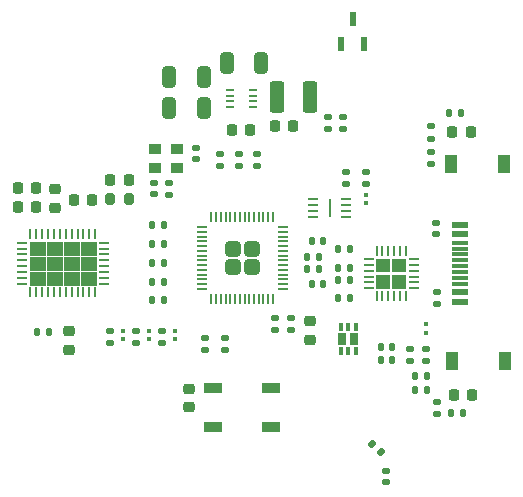
<source format=gbr>
%TF.GenerationSoftware,KiCad,Pcbnew,7.0.9*%
%TF.CreationDate,2024-02-12T03:50:36+01:00*%
%TF.ProjectId,MTR_Tiny_MD,4d54525f-5469-46e7-995f-4d442e6b6963,rev?*%
%TF.SameCoordinates,Original*%
%TF.FileFunction,Paste,Top*%
%TF.FilePolarity,Positive*%
%FSLAX46Y46*%
G04 Gerber Fmt 4.6, Leading zero omitted, Abs format (unit mm)*
G04 Created by KiCad (PCBNEW 7.0.9) date 2024-02-12 03:50:36*
%MOMM*%
%LPD*%
G01*
G04 APERTURE LIST*
G04 Aperture macros list*
%AMRoundRect*
0 Rectangle with rounded corners*
0 $1 Rounding radius*
0 $2 $3 $4 $5 $6 $7 $8 $9 X,Y pos of 4 corners*
0 Add a 4 corners polygon primitive as box body*
4,1,4,$2,$3,$4,$5,$6,$7,$8,$9,$2,$3,0*
0 Add four circle primitives for the rounded corners*
1,1,$1+$1,$2,$3*
1,1,$1+$1,$4,$5*
1,1,$1+$1,$6,$7*
1,1,$1+$1,$8,$9*
0 Add four rect primitives between the rounded corners*
20,1,$1+$1,$2,$3,$4,$5,0*
20,1,$1+$1,$4,$5,$6,$7,0*
20,1,$1+$1,$6,$7,$8,$9,0*
20,1,$1+$1,$8,$9,$2,$3,0*%
G04 Aperture macros list end*
%ADD10C,0.100000*%
%ADD11RoundRect,0.135000X-0.185000X0.135000X-0.185000X-0.135000X0.185000X-0.135000X0.185000X0.135000X0*%
%ADD12RoundRect,0.250000X0.325000X0.650000X-0.325000X0.650000X-0.325000X-0.650000X0.325000X-0.650000X0*%
%ADD13RoundRect,0.079500X-0.100500X0.079500X-0.100500X-0.079500X0.100500X-0.079500X0.100500X0.079500X0*%
%ADD14RoundRect,0.140000X0.170000X-0.140000X0.170000X0.140000X-0.170000X0.140000X-0.170000X-0.140000X0*%
%ADD15RoundRect,0.140000X-0.140000X-0.170000X0.140000X-0.170000X0.140000X0.170000X-0.140000X0.170000X0*%
%ADD16RoundRect,0.225000X0.250000X-0.225000X0.250000X0.225000X-0.250000X0.225000X-0.250000X-0.225000X0*%
%ADD17RoundRect,0.225000X0.225000X0.250000X-0.225000X0.250000X-0.225000X-0.250000X0.225000X-0.250000X0*%
%ADD18RoundRect,0.225000X-0.225000X-0.250000X0.225000X-0.250000X0.225000X0.250000X-0.225000X0.250000X0*%
%ADD19RoundRect,0.250000X-0.375000X-1.075000X0.375000X-1.075000X0.375000X1.075000X-0.375000X1.075000X0*%
%ADD20RoundRect,0.135000X0.135000X0.185000X-0.135000X0.185000X-0.135000X-0.185000X0.135000X-0.185000X0*%
%ADD21RoundRect,0.135000X-0.135000X-0.185000X0.135000X-0.185000X0.135000X0.185000X-0.135000X0.185000X0*%
%ADD22RoundRect,0.250000X-0.325000X-0.650000X0.325000X-0.650000X0.325000X0.650000X-0.325000X0.650000X0*%
%ADD23RoundRect,0.140000X0.140000X0.170000X-0.140000X0.170000X-0.140000X-0.170000X0.140000X-0.170000X0*%
%ADD24RoundRect,0.218750X0.218750X0.256250X-0.218750X0.256250X-0.218750X-0.256250X0.218750X-0.256250X0*%
%ADD25RoundRect,0.140000X-0.170000X0.140000X-0.170000X-0.140000X0.170000X-0.140000X0.170000X0.140000X0*%
%ADD26RoundRect,0.135000X-0.226274X-0.035355X-0.035355X-0.226274X0.226274X0.035355X0.035355X0.226274X0*%
%ADD27RoundRect,0.200000X-0.200000X-0.275000X0.200000X-0.275000X0.200000X0.275000X-0.200000X0.275000X0*%
%ADD28R,1.450000X0.600000*%
%ADD29R,1.450000X0.300000*%
%ADD30R,1.500000X0.900000*%
%ADD31RoundRect,0.225000X-0.250000X0.225000X-0.250000X-0.225000X0.250000X-0.225000X0.250000X0.225000X0*%
%ADD32R,1.000000X0.900000*%
%ADD33R,0.600000X1.300000*%
%ADD34RoundRect,0.249999X-0.395001X0.395001X-0.395001X-0.395001X0.395001X-0.395001X0.395001X0.395001X0*%
%ADD35RoundRect,0.050000X-0.050000X0.387500X-0.050000X-0.387500X0.050000X-0.387500X0.050000X0.387500X0*%
%ADD36RoundRect,0.050000X-0.387500X0.050000X-0.387500X-0.050000X0.387500X-0.050000X0.387500X0.050000X0*%
%ADD37R,0.331000X0.680999*%
%ADD38R,0.711200X1.041400*%
%ADD39RoundRect,0.135000X0.185000X-0.135000X0.185000X0.135000X-0.185000X0.135000X-0.185000X-0.135000X0*%
%ADD40RoundRect,0.131250X0.393750X-0.668750X0.393750X0.668750X-0.393750X0.668750X-0.393750X-0.668750X0*%
%ADD41R,0.254800X0.807999*%
%ADD42R,0.807999X0.254800*%
%ADD43R,0.757199X0.254800*%
%ADD44R,0.203200X1.600200*%
G04 APERTURE END LIST*
%TO.C,U5*%
D10*
X92555600Y-99315000D02*
X91307800Y-99315000D01*
X91307800Y-98245000D01*
X92555600Y-98245000D01*
X92555600Y-99315000D01*
G36*
X92555600Y-99315000D02*
G01*
X91307800Y-99315000D01*
X91307800Y-98245000D01*
X92555600Y-98245000D01*
X92555600Y-99315000D01*
G37*
X91107800Y-99315000D02*
X89860000Y-99315000D01*
X89860000Y-98245000D01*
X91107800Y-98245000D01*
X91107800Y-99315000D01*
G36*
X91107800Y-99315000D02*
G01*
X89860000Y-99315000D01*
X89860000Y-98245000D01*
X91107800Y-98245000D01*
X91107800Y-99315000D01*
G37*
X89660000Y-99315000D02*
X88412200Y-99315000D01*
X88412200Y-98245000D01*
X89660000Y-98245000D01*
X89660000Y-99315000D01*
G36*
X89660000Y-99315000D02*
G01*
X88412200Y-99315000D01*
X88412200Y-98245000D01*
X89660000Y-98245000D01*
X89660000Y-99315000D01*
G37*
X88212200Y-99315000D02*
X86964400Y-99315000D01*
X86964400Y-98245000D01*
X88212200Y-98245000D01*
X88212200Y-99315000D01*
G36*
X88212200Y-99315000D02*
G01*
X86964400Y-99315000D01*
X86964400Y-98245000D01*
X88212200Y-98245000D01*
X88212200Y-99315000D01*
G37*
X92555600Y-100585000D02*
X91307800Y-100585000D01*
X91307800Y-99515000D01*
X92555600Y-99515000D01*
X92555600Y-100585000D01*
G36*
X92555600Y-100585000D02*
G01*
X91307800Y-100585000D01*
X91307800Y-99515000D01*
X92555600Y-99515000D01*
X92555600Y-100585000D01*
G37*
X91107800Y-100585000D02*
X89860000Y-100585000D01*
X89860000Y-99515000D01*
X91107800Y-99515000D01*
X91107800Y-100585000D01*
G36*
X91107800Y-100585000D02*
G01*
X89860000Y-100585000D01*
X89860000Y-99515000D01*
X91107800Y-99515000D01*
X91107800Y-100585000D01*
G37*
X89660000Y-100585000D02*
X88412200Y-100585000D01*
X88412200Y-99515000D01*
X89660000Y-99515000D01*
X89660000Y-100585000D01*
G36*
X89660000Y-100585000D02*
G01*
X88412200Y-100585000D01*
X88412200Y-99515000D01*
X89660000Y-99515000D01*
X89660000Y-100585000D01*
G37*
X88212200Y-100585000D02*
X86964400Y-100585000D01*
X86964400Y-99515000D01*
X88212200Y-99515000D01*
X88212200Y-100585000D01*
G36*
X88212200Y-100585000D02*
G01*
X86964400Y-100585000D01*
X86964400Y-99515000D01*
X88212200Y-99515000D01*
X88212200Y-100585000D01*
G37*
X92555600Y-101855000D02*
X91307800Y-101855000D01*
X91307800Y-100785000D01*
X92555600Y-100785000D01*
X92555600Y-101855000D01*
G36*
X92555600Y-101855000D02*
G01*
X91307800Y-101855000D01*
X91307800Y-100785000D01*
X92555600Y-100785000D01*
X92555600Y-101855000D01*
G37*
X91107800Y-101855000D02*
X89860000Y-101855000D01*
X89860000Y-100785000D01*
X91107800Y-100785000D01*
X91107800Y-101855000D01*
G36*
X91107800Y-101855000D02*
G01*
X89860000Y-101855000D01*
X89860000Y-100785000D01*
X91107800Y-100785000D01*
X91107800Y-101855000D01*
G37*
X89660000Y-101855000D02*
X88412200Y-101855000D01*
X88412200Y-100785000D01*
X89660000Y-100785000D01*
X89660000Y-101855000D01*
G36*
X89660000Y-101855000D02*
G01*
X88412200Y-101855000D01*
X88412200Y-100785000D01*
X89660000Y-100785000D01*
X89660000Y-101855000D01*
G37*
X88212200Y-101855000D02*
X86964400Y-101855000D01*
X86964400Y-100785000D01*
X88212200Y-100785000D01*
X88212200Y-101855000D01*
G36*
X88212200Y-101855000D02*
G01*
X86964400Y-101855000D01*
X86964400Y-100785000D01*
X88212200Y-100785000D01*
X88212200Y-101855000D01*
G37*
%TO.C,U8*%
G36*
X117475000Y-102196600D02*
G01*
X116303400Y-102196600D01*
X116303400Y-101025000D01*
X117475000Y-101025000D01*
X117475000Y-102196600D01*
G37*
G36*
X118846600Y-102196600D02*
G01*
X117675000Y-102196600D01*
X117675000Y-101025000D01*
X118846600Y-101025000D01*
X118846600Y-102196600D01*
G37*
G36*
X117475000Y-100825000D02*
G01*
X116303400Y-100825000D01*
X116303400Y-99653400D01*
X117475000Y-99653400D01*
X117475000Y-100825000D01*
G37*
G36*
X118846600Y-100825000D02*
G01*
X117675000Y-100825000D01*
X117675000Y-99653400D01*
X118846600Y-99653400D01*
X118846600Y-100825000D01*
G37*
%TD*%
D11*
%TO.C,R9*%
X121425000Y-111765000D03*
X121425000Y-112785000D03*
%TD*%
%TO.C,R3*%
X98775000Y-93215000D03*
X98775000Y-94235000D03*
%TD*%
D12*
%TO.C,C39*%
X101675000Y-84300000D03*
X98725000Y-84300000D03*
%TD*%
D13*
%TO.C,C33*%
X99250000Y-105745000D03*
X99250000Y-106435000D03*
%TD*%
D14*
%TO.C,C44*%
X117100000Y-118555000D03*
X117100000Y-117595000D03*
%TD*%
D15*
%TO.C,C6*%
X97340000Y-98403750D03*
X98300000Y-98403750D03*
%TD*%
D16*
%TO.C,C36*%
X90300000Y-107375000D03*
X90300000Y-105825000D03*
%TD*%
D17*
%TO.C,C28*%
X87500000Y-95325000D03*
X85950000Y-95325000D03*
%TD*%
D18*
%TO.C,C27*%
X90675000Y-94650000D03*
X92225000Y-94650000D03*
%TD*%
D19*
%TO.C,L2*%
X107900000Y-86000000D03*
X110700000Y-86000000D03*
%TD*%
D20*
%TO.C,R22*%
X120585000Y-110750000D03*
X119565000Y-110750000D03*
%TD*%
D18*
%TO.C,C41*%
X104075000Y-88775000D03*
X105625000Y-88775000D03*
%TD*%
D15*
%TO.C,C34*%
X97340000Y-101601250D03*
X98300000Y-101601250D03*
%TD*%
D21*
%TO.C,R23*%
X119565000Y-109575000D03*
X120585000Y-109575000D03*
%TD*%
D22*
%TO.C,C38*%
X103625000Y-83100000D03*
X106575000Y-83100000D03*
%TD*%
D20*
%TO.C,R12*%
X123635000Y-112750000D03*
X122615000Y-112750000D03*
%TD*%
D23*
%TO.C,C35*%
X98300000Y-103200000D03*
X97340000Y-103200000D03*
%TD*%
D12*
%TO.C,C40*%
X101675000Y-86900000D03*
X98725000Y-86900000D03*
%TD*%
D24*
%TO.C,D3*%
X124437500Y-111175000D03*
X122862500Y-111175000D03*
%TD*%
D25*
%TO.C,C32*%
X109065000Y-104700000D03*
X109065000Y-105660000D03*
%TD*%
D11*
%TO.C,R8*%
X98150000Y-105790000D03*
X98150000Y-106810000D03*
%TD*%
D14*
%TO.C,C2*%
X101000000Y-91230000D03*
X101000000Y-90270000D03*
%TD*%
D20*
%TO.C,R1*%
X111485000Y-99525000D03*
X110465000Y-99525000D03*
%TD*%
D26*
%TO.C,R19*%
X115939376Y-115325000D03*
X116660624Y-116046248D03*
%TD*%
D20*
%TO.C,R11*%
X123460000Y-87350000D03*
X122440000Y-87350000D03*
%TD*%
D27*
%TO.C,R13*%
X93750000Y-94625000D03*
X95400000Y-94625000D03*
%TD*%
D23*
%TO.C,C1*%
X111805000Y-98175000D03*
X110845000Y-98175000D03*
%TD*%
D13*
%TO.C,C29*%
X94850000Y-105745000D03*
X94850000Y-106435000D03*
%TD*%
D14*
%TO.C,C10*%
X103525000Y-107360000D03*
X103525000Y-106400000D03*
%TD*%
D13*
%TO.C,C31*%
X97050000Y-105745000D03*
X97050000Y-106435000D03*
%TD*%
D25*
%TO.C,C21*%
X121375000Y-96620000D03*
X121375000Y-97580000D03*
%TD*%
D28*
%TO.C,J1*%
X123365000Y-103300000D03*
X123365000Y-102500000D03*
D29*
X123365000Y-101300000D03*
X123365000Y-100300000D03*
X123365000Y-99800000D03*
X123365000Y-98800000D03*
D28*
X123365000Y-97600000D03*
X123365000Y-96800000D03*
X123365000Y-96800000D03*
X123365000Y-97600000D03*
D29*
X123365000Y-98300000D03*
X123365000Y-99300000D03*
X123365000Y-100800000D03*
X123365000Y-101800000D03*
D28*
X123365000Y-102500000D03*
X123365000Y-103300000D03*
%TD*%
D21*
%TO.C,R2*%
X110465000Y-100550000D03*
X111485000Y-100550000D03*
%TD*%
D23*
%TO.C,C15*%
X114055000Y-100425000D03*
X113095000Y-100425000D03*
%TD*%
D30*
%TO.C,D1*%
X102500000Y-110650000D03*
X102500000Y-113950000D03*
X107400000Y-113950000D03*
X107400000Y-110650000D03*
%TD*%
D25*
%TO.C,C8*%
X106190000Y-90820000D03*
X106190000Y-91780000D03*
%TD*%
D16*
%TO.C,C12*%
X110650000Y-106525000D03*
X110650000Y-104975000D03*
%TD*%
D23*
%TO.C,C17*%
X114055000Y-98800000D03*
X113095000Y-98800000D03*
%TD*%
D11*
%TO.C,R26*%
X120475000Y-107300000D03*
X120475000Y-108320000D03*
%TD*%
D31*
%TO.C,C37*%
X100450000Y-110675000D03*
X100450000Y-112225000D03*
%TD*%
D32*
%TO.C,Y1*%
X99450000Y-90400000D03*
X97600000Y-90400000D03*
X97600000Y-91950000D03*
X99450000Y-91950000D03*
%TD*%
D14*
%TO.C,C19*%
X121425000Y-103455000D03*
X121425000Y-102495000D03*
%TD*%
D17*
%TO.C,C25*%
X87500000Y-93675000D03*
X85950000Y-93675000D03*
%TD*%
D13*
%TO.C,3v3ToVddd1*%
X115400000Y-94230000D03*
X115400000Y-94920000D03*
%TD*%
D33*
%TO.C,Q1*%
X113350000Y-81500000D03*
X115250000Y-81500000D03*
X114300000Y-79400000D03*
%TD*%
D16*
%TO.C,C26*%
X89100000Y-95350000D03*
X89100000Y-93800000D03*
%TD*%
D14*
%TO.C,C7*%
X101812500Y-107360000D03*
X101812500Y-106400000D03*
%TD*%
D18*
%TO.C,C24*%
X93800000Y-92975000D03*
X95350000Y-92975000D03*
%TD*%
D23*
%TO.C,C23*%
X117630000Y-107175000D03*
X116670000Y-107175000D03*
%TD*%
D25*
%TO.C,C3*%
X97475000Y-93245000D03*
X97475000Y-94205000D03*
%TD*%
D23*
%TO.C,C22*%
X117630000Y-108250000D03*
X116670000Y-108250000D03*
%TD*%
D34*
%TO.C,U1*%
X105750000Y-98800000D03*
X104150000Y-98800000D03*
X105750000Y-100400000D03*
X104150000Y-100400000D03*
D35*
X107550000Y-96162500D03*
X107150000Y-96162500D03*
X106750000Y-96162500D03*
X106350000Y-96162500D03*
X105950000Y-96162500D03*
X105550000Y-96162500D03*
X105150000Y-96162500D03*
X104750000Y-96162500D03*
X104350000Y-96162500D03*
X103950000Y-96162500D03*
X103550000Y-96162500D03*
X103150000Y-96162500D03*
X102750000Y-96162500D03*
X102350000Y-96162500D03*
D36*
X101512500Y-97000000D03*
X101512500Y-97400000D03*
X101512500Y-97800000D03*
X101512500Y-98200000D03*
X101512500Y-98600000D03*
X101512500Y-99000000D03*
X101512500Y-99400000D03*
X101512500Y-99800000D03*
X101512500Y-100200000D03*
X101512500Y-100600000D03*
X101512500Y-101000000D03*
X101512500Y-101400000D03*
X101512500Y-101800000D03*
X101512500Y-102200000D03*
D35*
X102350000Y-103037500D03*
X102750000Y-103037500D03*
X103150000Y-103037500D03*
X103550000Y-103037500D03*
X103950000Y-103037500D03*
X104350000Y-103037500D03*
X104750000Y-103037500D03*
X105150000Y-103037500D03*
X105550000Y-103037500D03*
X105950000Y-103037500D03*
X106350000Y-103037500D03*
X106750000Y-103037500D03*
X107150000Y-103037500D03*
X107550000Y-103037500D03*
D36*
X108387500Y-102200000D03*
X108387500Y-101800000D03*
X108387500Y-101400000D03*
X108387500Y-101000000D03*
X108387500Y-100600000D03*
X108387500Y-100200000D03*
X108387500Y-99800000D03*
X108387500Y-99400000D03*
X108387500Y-99000000D03*
X108387500Y-98600000D03*
X108387500Y-98200000D03*
X108387500Y-97800000D03*
X108387500Y-97400000D03*
X108387500Y-97000000D03*
%TD*%
D37*
%TO.C,U9*%
X113275014Y-107489000D03*
X113925000Y-107489000D03*
X114574986Y-107489000D03*
X114574986Y-105411000D03*
X113925000Y-105411000D03*
X113275014Y-105411000D03*
D38*
X113404300Y-106450000D03*
X114445700Y-106450000D03*
%TD*%
D20*
%TO.C,R16*%
X88580000Y-105850000D03*
X87560000Y-105850000D03*
%TD*%
D11*
%TO.C,R6*%
X93750000Y-105790000D03*
X93750000Y-106810000D03*
%TD*%
D39*
%TO.C,R5*%
X120975000Y-89485000D03*
X120975000Y-88465000D03*
%TD*%
D40*
%TO.C,SW1*%
X127100000Y-91650000D03*
X122650000Y-91650000D03*
%TD*%
D18*
%TO.C,C42*%
X107725000Y-88450000D03*
X109275000Y-88450000D03*
%TD*%
D11*
%TO.C,R14*%
X113500000Y-87690000D03*
X113500000Y-88710000D03*
%TD*%
D39*
%TO.C,R4*%
X120975000Y-91660000D03*
X120975000Y-90640000D03*
%TD*%
D23*
%TO.C,C14*%
X114055000Y-101475000D03*
X113095000Y-101475000D03*
%TD*%
D39*
%TO.C,R24*%
X119175000Y-108295000D03*
X119175000Y-107275000D03*
%TD*%
D41*
%TO.C,U5*%
X92510693Y-97601300D03*
X92010567Y-97601300D03*
X91510441Y-97601300D03*
X91010315Y-97601300D03*
X90510189Y-97601300D03*
X90010063Y-97601300D03*
X89509937Y-97601300D03*
X89009811Y-97601300D03*
X88509685Y-97601300D03*
X88009559Y-97601300D03*
X87509433Y-97601300D03*
X87009307Y-97601300D03*
D42*
X86308000Y-98299559D03*
X86308000Y-98799685D03*
X86308000Y-99299811D03*
X86308000Y-99799937D03*
X86308000Y-100300063D03*
X86308000Y-100800189D03*
X86308000Y-101300315D03*
X86308000Y-101800441D03*
D41*
X87009307Y-102498700D03*
X87509433Y-102498700D03*
X88009559Y-102498700D03*
X88509685Y-102498700D03*
X89009811Y-102498700D03*
X89509937Y-102498700D03*
X90010063Y-102498700D03*
X90510189Y-102498700D03*
X91010315Y-102498700D03*
X91510441Y-102498700D03*
X92010567Y-102498700D03*
X92510693Y-102498700D03*
D42*
X93212000Y-101800441D03*
X93212000Y-101300315D03*
X93212000Y-100800189D03*
X93212000Y-100300063D03*
X93212000Y-99799937D03*
X93212000Y-99299811D03*
X93212000Y-98799685D03*
X93212000Y-98299559D03*
%TD*%
D24*
%TO.C,D2*%
X124312500Y-88975000D03*
X122737500Y-88975000D03*
%TD*%
D25*
%TO.C,C11*%
X104650000Y-90820000D03*
X104650000Y-91780000D03*
%TD*%
D11*
%TO.C,R15*%
X112250000Y-87690000D03*
X112250000Y-88710000D03*
%TD*%
%TO.C,R7*%
X95950000Y-105790000D03*
X95950000Y-106810000D03*
%TD*%
D43*
%TO.C,U7*%
X103949900Y-85349999D03*
X103949900Y-85850000D03*
X103949900Y-86350000D03*
X103949900Y-86850001D03*
X105850100Y-86850001D03*
X105850100Y-86350000D03*
X105850100Y-85850000D03*
X105850100Y-85349999D03*
%TD*%
D25*
%TO.C,C18*%
X113750000Y-92345000D03*
X113750000Y-93305000D03*
%TD*%
D23*
%TO.C,C16*%
X114055000Y-103000000D03*
X113095000Y-103000000D03*
%TD*%
D41*
%TO.C,U8*%
X116324685Y-102814900D03*
X116824811Y-102814900D03*
X117324937Y-102814900D03*
X117825063Y-102814900D03*
X118325189Y-102814900D03*
X118825315Y-102814900D03*
D42*
X119464900Y-102175315D03*
X119464900Y-101675189D03*
X119464900Y-101175063D03*
X119464900Y-100674937D03*
X119464900Y-100174811D03*
X119464900Y-99674685D03*
D41*
X118825315Y-99035100D03*
X118325189Y-99035100D03*
X117825063Y-99035100D03*
X117324937Y-99035100D03*
X116824811Y-99035100D03*
X116324685Y-99035100D03*
D42*
X115685100Y-99674685D03*
X115685100Y-100174811D03*
X115685100Y-100674937D03*
X115685100Y-101175063D03*
X115685100Y-101675189D03*
X115685100Y-102175315D03*
%TD*%
D13*
%TO.C,JP8*%
X120550000Y-105225000D03*
X120550000Y-105915000D03*
%TD*%
D42*
%TO.C,U2*%
X110950000Y-94625000D03*
X110950000Y-95125001D03*
X110950000Y-95625001D03*
X110950000Y-96125002D03*
X113741998Y-96125002D03*
X113741998Y-95625001D03*
X113741998Y-95125001D03*
X113741998Y-94625000D03*
D44*
X112345999Y-95375001D03*
%TD*%
D14*
%TO.C,C30*%
X103110000Y-91780000D03*
X103110000Y-90820000D03*
%TD*%
D15*
%TO.C,C9*%
X97340000Y-96805000D03*
X98300000Y-96805000D03*
%TD*%
D40*
%TO.C,SW2*%
X127175000Y-108350000D03*
X122725000Y-108350000D03*
%TD*%
D25*
%TO.C,C20*%
X115400000Y-92345000D03*
X115400000Y-93305000D03*
%TD*%
D14*
%TO.C,C13*%
X107750000Y-105660000D03*
X107750000Y-104700000D03*
%TD*%
D23*
%TO.C,C5*%
X111780000Y-101800000D03*
X110820000Y-101800000D03*
%TD*%
D15*
%TO.C,C4*%
X97340000Y-100002500D03*
X98300000Y-100002500D03*
%TD*%
M02*

</source>
